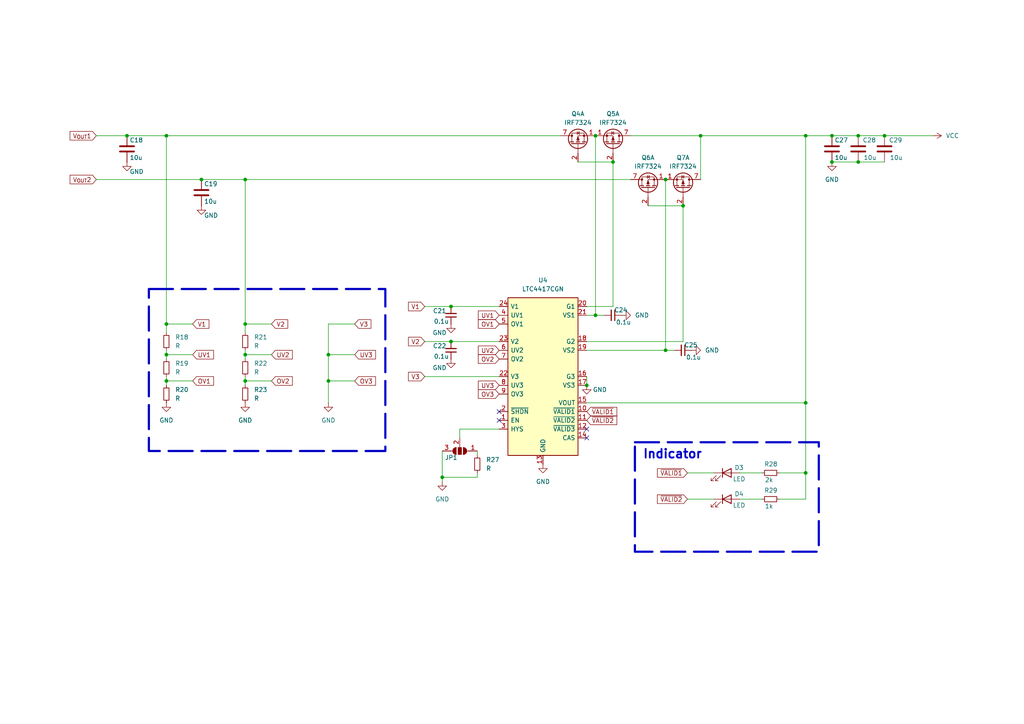
<source format=kicad_sch>
(kicad_sch (version 20231120) (generator "eeschema") (generator_version "8.0")
  (paper "A4")
  (lib_symbols
    (symbol "Device:C" (pin_numbers hide) (pin_names (offset 0.254))
      (property "Reference" "C" (at 0.635 2.54 0))
      (property "Value" "C" (at 0.635 -2.54 0))
      (symbol "C_0_1"
        (polyline (pts (xy -2.032 -0.762) (xy 2.032 -0.762)) (stroke (width 0.508)))
        (polyline (pts (xy -2.032 0.762) (xy 2.032 0.762)) (stroke (width 0.508)))
      )
      (symbol "C_1_1"
        (pin passive line (at 0 3.81 270) (length 2.794) (name "~") (number "1"))
        (pin passive line (at 0 -3.81 90) (length 2.794) (name "~") (number "2"))
      )
    )
    (symbol "Device:C_Small" (pin_numbers hide) (pin_names (offset 0.254) hide)
      (property "Reference" "C" (at 0.254 1.778 0))
      (property "Value" "C_Small" (at 0.254 -2.032 0))
      (symbol "C_Small_0_1"
        (polyline (pts (xy -1.524 -0.508) (xy 1.524 -0.508)) (stroke (width 0.3302)))
        (polyline (pts (xy -1.524 0.508) (xy 1.524 0.508)) (stroke (width 0.3048)))
      )
      (symbol "C_Small_1_1"
        (pin passive line (at 0 2.54 270) (length 2.032) (name "~") (number "1"))
        (pin passive line (at 0 -2.54 90) (length 2.032) (name "~") (number "2"))
      )
    )
    (symbol "Device:LED" (pin_numbers hide) (pin_names (offset 1.016) hide)
      (property "Reference" "D" (at 0 2.54 0))
      (property "Value" "LED" (at 0 -2.54 0))
      (symbol "LED_0_1"
        (polyline (pts (xy -1.27 -1.27) (xy -1.27 1.27)) (stroke (width 0.254)))
        (polyline (pts (xy -1.27 0) (xy 1.27 0)))
        (polyline (pts (xy 1.27 -1.27) (xy 1.27 1.27) (xy -1.27 0) (xy 1.27 -1.27)) (stroke (width 0.254)))
        (polyline (pts (xy -3.048 -0.762) (xy -4.572 -2.286) (xy -3.81 -2.286) (xy -4.572 -2.286) (xy -4.572 -1.524)))
        (polyline (pts (xy -1.778 -0.762) (xy -3.302 -2.286) (xy -2.54 -2.286) (xy -3.302 -2.286) (xy -3.302 -1.524)))
      )
      (symbol "LED_1_1"
        (pin passive line (at -3.81 0 0) (length 2.54) (name "K") (number "1"))
        (pin passive line (at 3.81 0 180) (length 2.54) (name "A") (number "2"))
      )
    )
    (symbol "Device:R_Small" (pin_numbers hide) (pin_names (offset 0.254) hide)
      (property "Reference" "R" (at 0.762 0.508 0))
      (property "Value" "R_Small" (at 0.762 -1.016 0))
      (symbol "R_Small_0_1"
        (rectangle (start -0.762 1.778) (end 0.762 -1.778) (stroke (width 0.2032)))
      )
      (symbol "R_Small_1_1"
        (pin passive line (at 0 2.54 270) (length 0.762) (name "~") (number "1"))
        (pin passive line (at 0 -2.54 90) (length 0.762) (name "~") (number "2"))
      )
    )
    (symbol "Jumper:SolderJumper_3_Open" (pin_names (offset 0) hide)
      (property "Reference" "JP" (at -2.54 -2.54 0))
      (property "Value" "SolderJumper_3_Open" (at 0 2.794 0))
      (symbol "SolderJumper_3_Open_0_1"
        (arc (start -1.016 1.016) (mid -2.0276 0) (end -1.016 -1.016))
        (arc (start -1.016 1.016) (mid -2.0276 0) (end -1.016 -1.016) (fill (type outline)))
        (rectangle (start -0.508 1.016) (end 0.508 -1.016) (fill (type outline)))
        (polyline (pts (xy -2.54 0) (xy -2.032 0)))
        (polyline (pts (xy -1.016 1.016) (xy -1.016 -1.016)))
        (polyline (pts (xy 0 -1.27) (xy 0 -1.016)))
        (polyline (pts (xy 1.016 1.016) (xy 1.016 -1.016)))
        (polyline (pts (xy 2.54 0) (xy 2.032 0)))
        (arc (start 1.016 -1.016) (mid 2.0276 0) (end 1.016 1.016))
        (arc (start 1.016 -1.016) (mid 2.0276 0) (end 1.016 1.016) (fill (type outline)))
      )
      (symbol "SolderJumper_3_Open_1_1"
        (pin passive line (at -5.08 0 0) (length 2.54) (name "A") (number "1"))
        (pin passive line (at 0 -3.81 90) (length 2.54) (name "C") (number "2"))
        (pin passive line (at 5.08 0 180) (length 2.54) (name "B") (number "3"))
      )
    )
    (symbol "Power_Management:LTC4417CGN" (pin_names (offset 0.762))
      (property "Reference" "U" (at 0 26.035 0))
      (property "Value" "LTC4417CGN" (at 0 24.13 0))
      (symbol "LTC4417CGN_0_1"
        (rectangle (start -10.16 22.86) (end 10.16 -22.86) (stroke (width 0.254)) (fill (type background)))
      )
      (symbol "LTC4417CGN_1_1"
        (pin input line (at -12.7 -12.7 0) (length 2.54) (name "EN") (number "1"))
        (pin open_collector line (at 12.7 -10.16 180) (length 2.54) (name "~{VALID1}") (number "10"))
        (pin open_collector line (at 12.7 -12.7 180) (length 2.54) (name "~{VALID2}") (number "11"))
        (pin open_collector line (at 12.7 -15.24 180) (length 2.54) (name "~{VALID3}") (number "12"))
        (pin power_in line (at 0 -25.4 90) (length 2.54) (name "GND") (number "13"))
        (pin output line (at 12.7 -17.78 180) (length 2.54) (name "CAS") (number "14"))
        (pin output line (at 12.7 -7.62 180) (length 2.54) (name "VOUT") (number "15"))
        (pin output line (at 12.7 0 180) (length 2.54) (name "G3") (number "16"))
        (pin output line (at 12.7 -2.54 180) (length 2.54) (name "VS3") (number "17"))
        (pin output line (at 12.7 10.16 180) (length 2.54) (name "G2") (number "18"))
        (pin output line (at 12.7 7.62 180) (length 2.54) (name "VS2") (number "19"))
        (pin input line (at -12.7 -10.16 0) (length 2.54) (name "~{SHDN}") (number "2"))
        (pin output line (at 12.7 20.32 180) (length 2.54) (name "G1") (number "20"))
        (pin output line (at 12.7 17.78 180) (length 2.54) (name "VS1") (number "21"))
        (pin input line (at -12.7 0 0) (length 2.54) (name "V3") (number "22"))
        (pin input line (at -12.7 10.16 0) (length 2.54) (name "V2") (number "23"))
        (pin input line (at -12.7 20.32 0) (length 2.54) (name "V1") (number "24"))
        (pin input line (at -12.7 -15.24 0) (length 2.54) (name "HYS") (number "3"))
        (pin input line (at -12.7 17.78 0) (length 2.54) (name "UV1") (number "4"))
        (pin input line (at -12.7 15.24 0) (length 2.54) (name "OV1") (number "5"))
        (pin input line (at -12.7 7.62 0) (length 2.54) (name "UV2") (number "6"))
        (pin input line (at -12.7 5.08 0) (length 2.54) (name "OV2") (number "7"))
        (pin input line (at -12.7 -2.54 0) (length 2.54) (name "UV3") (number "8"))
        (pin input line (at -12.7 -5.08 0) (length 2.54) (name "OV3") (number "9"))
      )
    )
    (symbol "Transistor_FET:IRF7324" (pin_names hide)
      (property "Reference" "Q" (at 5.08 1.905 0))
      (property "Value" "IRF7324" (at 5.08 0 0))
      (symbol "IRF7324_0_1"
        (polyline (pts (xy 0.254 0) (xy -2.54 0)))
        (polyline (pts (xy 0.254 1.905) (xy 0.254 -1.905)) (stroke (width 0.254)))
        (polyline (pts (xy 0.762 -1.27) (xy 0.762 -2.286)) (stroke (width 0.254)))
        (polyline (pts (xy 0.762 0.508) (xy 0.762 -0.508)) (stroke (width 0.254)))
        (polyline (pts (xy 0.762 2.286) (xy 0.762 1.27)) (stroke (width 0.254)))
        (polyline (pts (xy 2.54 2.54) (xy 2.54 1.778)))
        (polyline (pts (xy 2.54 -2.54) (xy 2.54 0) (xy 0.762 0)))
        (polyline (pts (xy 0.762 1.778) (xy 3.302 1.778) (xy 3.302 -1.778) (xy 0.762 -1.778)))
        (polyline (pts (xy 2.286 0) (xy 1.27 0.381) (xy 1.27 -0.381) (xy 2.286 0)) (fill (type outline)))
        (polyline (pts (xy 2.794 -0.508) (xy 2.921 -0.381) (xy 3.683 -0.381) (xy 3.81 -0.254)))
        (polyline (pts (xy 3.302 -0.381) (xy 2.921 0.254) (xy 3.683 0.254) (xy 3.302 -0.381)))
        (circle (center 1.651 0) (radius 2.794) (stroke (width 0.254)))
        (circle (center 2.54 -1.778) (radius 0.254) (fill (type outline)))
        (circle (center 2.54 1.778) (radius 0.254) (fill (type outline)))
      )
      (symbol "IRF7324_1_1"
        (pin passive line (at 2.54 -5.08 90) (length 2.54) (name "S1") (number "1"))
        (pin input line (at -5.08 0 0) (length 2.54) (name "G1") (number "2"))
        (pin passive line (at 2.54 5.08 270) (length 2.54) (name "D1") (number "7"))
        (pin passive line (at 2.54 5.08 270) (length 2.54) hide (name "D1") (number "8"))
      )
      (symbol "IRF7324_2_1"
        (pin passive line (at 2.54 -5.08 90) (length 2.54) (name "S2") (number "3"))
        (pin input line (at -5.08 0 0) (length 2.54) (name "G2") (number "4"))
        (pin passive line (at 2.54 5.08 270) (length 2.54) (name "D2") (number "5"))
        (pin passive line (at 2.54 5.08 270) (length 2.54) hide (name "D2") (number "6"))
      )
    )
    (symbol "power:GND" (power) (pin_numbers hide) (pin_names (offset 0) hide)
      (property "Value" "GND" (at 0 -3.81 0))
      (symbol "GND_0_1"
        (polyline (pts (xy 0 0) (xy 0 -1.27) (xy 1.27 -1.27) (xy 0 -2.54) (xy -1.27 -1.27) (xy 0 -1.27)))
      )
      (symbol "GND_1_1"
        (pin power_in line (at 0 0 270) (length 0) (name "~") (number "1"))
      )
    )
    (symbol "power:VDD" (power) (pin_numbers hide) (pin_names (offset 0) hide)
      (property "Value" "VDD" (at 0 3.556 0))
      (symbol "VDD_0_1"
        (polyline (pts (xy -0.762 1.27) (xy 0 2.54)))
        (polyline (pts (xy 0 0) (xy 0 2.54)))
        (polyline (pts (xy 0 2.54) (xy 0.762 1.27)))
      )
      (symbol "VDD_1_1"
        (pin power_in line (at 0 0 90) (length 0) (name "~") (number "1"))
      )
    )
  )
  (junction (at 248.92 46.99))
  (junction (at 48.26 102.87))
  (junction (at 172.72 91.44))
  (junction (at 130.81 88.9))
  (junction (at 130.81 99.06))
  (junction (at 71.12 110.49))
  (junction (at 71.12 52.07))
  (junction (at 48.26 110.49))
  (junction (at 193.04 52.07))
  (junction (at 48.26 93.98))
  (junction (at 256.54 39.37))
  (junction (at 233.68 116.84))
  (junction (at 193.04 101.6))
  (junction (at 71.12 102.87))
  (junction (at 241.3 46.99))
  (junction (at 36.83 39.37))
  (junction (at 248.92 39.37))
  (junction (at 233.68 137.16))
  (junction (at 71.12 93.98))
  (junction (at 58.42 52.07))
  (junction (at 95.25 110.49))
  (junction (at 170.18 111.76))
  (junction (at 128.27 138.43))
  (junction (at 95.25 102.87))
  (junction (at 48.26 39.37))
  (junction (at 198.12 59.69))
  (junction (at 177.8 46.99))
  (junction (at 233.68 39.37))
  (junction (at 241.3 39.37))
  (junction (at 203.2 39.37))
  (junction (at 172.72 39.37))
  (no_connect (at 144.78 121.92))
  (no_connect (at 170.18 127))
  (no_connect (at 170.18 124.46))
  (no_connect (at 144.78 119.38))
  (wire (pts (xy 78.74 110.49) (xy 71.12 110.49)))
  (wire (pts (xy 123.19 99.06) (xy 130.81 99.06)))
  (wire (pts (xy 203.2 52.07) (xy 203.2 39.37)))
  (wire (pts (xy 95.25 102.87) (xy 95.25 110.49)))
  (wire (pts (xy 36.83 39.37) (xy 48.26 39.37)))
  (wire (pts (xy 214.63 137.16) (xy 220.98 137.16)))
  (wire (pts (xy 172.72 39.37) (xy 172.72 91.44)))
  (wire (pts (xy 214.63 144.78) (xy 220.98 144.78)))
  (wire (pts (xy 199.39 137.16) (xy 207.01 137.16)))
  (wire (pts (xy 133.35 124.46) (xy 144.78 124.46)))
  (wire (pts (xy 27.94 52.07) (xy 58.42 52.07)))
  (wire (pts (xy 71.12 102.87) (xy 71.12 104.14)))
  (wire (pts (xy 193.04 52.07) (xy 193.04 101.6)))
  (wire (pts (xy 226.06 144.78) (xy 233.68 144.78)))
  (wire (pts (xy 172.72 91.44) (xy 170.18 91.44)))
  (wire (pts (xy 78.74 93.98) (xy 71.12 93.98)))
  (wire (pts (xy 102.87 102.87) (xy 95.25 102.87)))
  (wire (pts (xy 128.27 130.81) (xy 128.27 138.43)))
  (wire (pts (xy 78.74 102.87) (xy 71.12 102.87)))
  (wire (pts (xy 170.18 109.22) (xy 170.18 111.76)))
  (wire (pts (xy 241.3 46.99) (xy 248.92 46.99)))
  (wire (pts (xy 233.68 137.16) (xy 233.68 144.78)))
  (wire (pts (xy 58.42 52.07) (xy 71.12 52.07)))
  (wire (pts (xy 233.68 39.37) (xy 241.3 39.37)))
  (wire (pts (xy 102.87 110.49) (xy 95.25 110.49)))
  (wire (pts (xy 95.25 110.49) (xy 95.25 116.84)))
  (wire (pts (xy 95.25 93.98) (xy 95.25 102.87)))
  (wire (pts (xy 71.12 109.22) (xy 71.12 110.49)))
  (wire (pts (xy 71.12 93.98) (xy 71.12 96.52)))
  (wire (pts (xy 48.26 109.22) (xy 48.26 110.49)))
  (wire (pts (xy 55.88 110.49) (xy 48.26 110.49)))
  (wire (pts (xy 71.12 110.49) (xy 71.12 111.76)))
  (wire (pts (xy 123.19 109.22) (xy 144.78 109.22)))
  (wire (pts (xy 128.27 138.43) (xy 138.43 138.43)))
  (wire (pts (xy 199.39 144.78) (xy 207.01 144.78)))
  (wire (pts (xy 167.64 46.99) (xy 177.8 46.99)))
  (wire (pts (xy 170.18 88.9) (xy 177.8 88.9)))
  (wire (pts (xy 48.26 102.87) (xy 48.26 104.14)))
  (wire (pts (xy 130.81 88.9) (xy 144.78 88.9)))
  (wire (pts (xy 256.54 39.37) (xy 270.51 39.37)))
  (wire (pts (xy 48.26 39.37) (xy 48.26 93.98)))
  (wire (pts (xy 177.8 46.99) (xy 177.8 88.9)))
  (wire (pts (xy 195.58 101.6) (xy 193.04 101.6)))
  (wire (pts (xy 48.26 39.37) (xy 162.56 39.37)))
  (wire (pts (xy 71.12 52.07) (xy 182.88 52.07)))
  (wire (pts (xy 203.2 39.37) (xy 233.68 39.37)))
  (wire (pts (xy 241.3 39.37) (xy 248.92 39.37)))
  (wire (pts (xy 71.12 101.6) (xy 71.12 102.87)))
  (wire (pts (xy 138.43 132.08) (xy 138.43 130.81)))
  (wire (pts (xy 130.81 99.06) (xy 144.78 99.06)))
  (wire (pts (xy 233.68 116.84) (xy 233.68 39.37)))
  (wire (pts (xy 233.68 137.16) (xy 233.68 116.84)))
  (wire (pts (xy 248.92 39.37) (xy 256.54 39.37)))
  (wire (pts (xy 170.18 99.06) (xy 198.12 99.06)))
  (wire (pts (xy 170.18 101.6) (xy 193.04 101.6)))
  (wire (pts (xy 138.43 138.43) (xy 138.43 137.16)))
  (wire (pts (xy 170.18 116.84) (xy 233.68 116.84)))
  (wire (pts (xy 175.26 91.44) (xy 172.72 91.44)))
  (wire (pts (xy 48.26 101.6) (xy 48.26 102.87)))
  (wire (pts (xy 71.12 52.07) (xy 71.12 93.98)))
  (wire (pts (xy 226.06 137.16) (xy 233.68 137.16)))
  (wire (pts (xy 102.87 93.98) (xy 95.25 93.98)))
  (wire (pts (xy 55.88 93.98) (xy 48.26 93.98)))
  (wire (pts (xy 182.88 39.37) (xy 203.2 39.37)))
  (wire (pts (xy 128.27 138.43) (xy 128.27 139.7)))
  (wire (pts (xy 187.96 59.69) (xy 198.12 59.69)))
  (wire (pts (xy 48.26 110.49) (xy 48.26 111.76)))
  (wire (pts (xy 123.19 88.9) (xy 130.81 88.9)))
  (wire (pts (xy 55.88 102.87) (xy 48.26 102.87)))
  (wire (pts (xy 27.94 39.37) (xy 36.83 39.37)))
  (wire (pts (xy 248.92 46.99) (xy 256.54 46.99)))
  (wire (pts (xy 133.35 124.46) (xy 133.35 127)))
  (wire (pts (xy 198.12 59.69) (xy 198.12 99.06)))
  (wire (pts (xy 48.26 93.98) (xy 48.26 96.52)))
  (rectangle (start 43.18 83.82) (end 111.76 130.81) (stroke (width 0.635) (type dash)))
  (rectangle (start 184.15 128.27) (end 237.49 160.02) (stroke (width 0.635) (type dash)))
  (text "Indicator" (at 195.072 131.826 0) (effects (font (size 2.54 2.54) (thickness 0.508) (bold yes))))
  (global_label "~{VALID2}" (shape input) (at 199.39 144.78 180) (property "Intersheetrefs" "${INTERSHEET_REFS}" (effects (hide yes))))
  (global_label "V_{OUT}1" (shape input) (at 27.94 39.37 180) (property "Intersheetrefs" "${INTERSHEET_REFS}" (effects (hide yes))))
  (global_label "V1" (shape input) (at 123.19 88.9 180) (property "Intersheetrefs" "${INTERSHEET_REFS}" (effects (hide yes))))
  (global_label "OV3" (shape input) (at 102.87 110.49 0) (property "Intersheetrefs" "${INTERSHEET_REFS}" (effects (hide yes))))
  (global_label "UV3" (shape input) (at 144.78 111.76 180) (property "Intersheetrefs" "${INTERSHEET_REFS}" (effects (hide yes))))
  (global_label "OV1" (shape input) (at 55.88 110.49 0) (property "Intersheetrefs" "${INTERSHEET_REFS}" (effects (hide yes))))
  (global_label "OV1" (shape input) (at 144.78 93.98 180) (property "Intersheetrefs" "${INTERSHEET_REFS}" (effects (hide yes))))
  (global_label "V_{OUT}2" (shape input) (at 27.94 52.07 180) (property "Intersheetrefs" "${INTERSHEET_REFS}" (effects (hide yes))))
  (global_label "UV1" (shape input) (at 55.88 102.87 0) (property "Intersheetrefs" "${INTERSHEET_REFS}" (effects (hide yes))))
  (global_label "V2" (shape input) (at 78.74 93.98 0) (property "Intersheetrefs" "${INTERSHEET_REFS}" (effects (hide yes))))
  (global_label "~{VALID1}" (shape input) (at 170.18 119.38 0) (property "Intersheetrefs" "${INTERSHEET_REFS}" (effects (hide yes))))
  (global_label "OV2" (shape input) (at 144.78 104.14 180) (property "Intersheetrefs" "${INTERSHEET_REFS}" (effects (hide yes))))
  (global_label "UV3" (shape input) (at 102.87 102.87 0) (property "Intersheetrefs" "${INTERSHEET_REFS}" (effects (hide yes))))
  (global_label "OV3" (shape input) (at 144.78 114.3 180) (property "Intersheetrefs" "${INTERSHEET_REFS}" (effects (hide yes))))
  (global_label "V1" (shape input) (at 55.88 93.98 0) (property "Intersheetrefs" "${INTERSHEET_REFS}" (effects (hide yes))))
  (global_label "~{VALID2}" (shape input) (at 170.18 121.92 0) (property "Intersheetrefs" "${INTERSHEET_REFS}" (effects (hide yes))))
  (global_label "V3" (shape input) (at 102.87 93.98 0) (property "Intersheetrefs" "${INTERSHEET_REFS}" (effects (hide yes))))
  (global_label "UV1" (shape input) (at 144.78 91.44 180) (property "Intersheetrefs" "${INTERSHEET_REFS}" (effects (hide yes))))
  (global_label "V2" (shape input) (at 123.19 99.06 180) (property "Intersheetrefs" "${INTERSHEET_REFS}" (effects (hide yes))))
  (global_label "UV2" (shape input) (at 78.74 102.87 0) (property "Intersheetrefs" "${INTERSHEET_REFS}" (effects (hide yes))))
  (global_label "OV2" (shape input) (at 78.74 110.49 0) (property "Intersheetrefs" "${INTERSHEET_REFS}" (effects (hide yes))))
  (global_label "UV2" (shape input) (at 144.78 101.6 180) (property "Intersheetrefs" "${INTERSHEET_REFS}" (effects (hide yes))))
  (global_label "~{VALID1}" (shape input) (at 199.39 137.16 180) (property "Intersheetrefs" "${INTERSHEET_REFS}" (effects (hide yes))))
  (global_label "V3" (shape input) (at 123.19 109.22 180) (property "Intersheetrefs" "${INTERSHEET_REFS}" (effects (hide yes))))
  (symbol (lib_id "Device:R_Small") (at 138.43 134.62 0) (unit 1)
    (property "Reference" "R27" (at 140.97 133.3499 0) (effects (justify left)))
    (property "Value" "R" (at 140.97 135.8899 0) (effects (justify left)))
    (property "Footprint" "Resistor_SMD:R_0603_1608Metric_Pad0.98x0.95mm_HandSolder" (effects (hide yes)))
    (property "Description" "Resistor, small symbol" (effects (hide yes)))
  )
  (symbol (lib_id "power:GND") (at 180.34 91.44 90) (unit 1)
    (property "Reference" "#PWR048" (effects (hide yes)))
    (property "Value" "GND" (at 184.15 91.4399 90) (effects (justify right)))
    (property "Description" "Power symbol creates a global label with name \"GND\" , ground" (effects (hide yes)))
  )
  (symbol (lib_id "Device:C_Small") (at 130.81 91.44 180) (unit 1)
    (property "Reference" "C21" (at 127.508 90.17 0))
    (property "Value" "0.1u" (at 128.016 93.218 0))
    (property "Footprint" "Capacitor_SMD:C_0603_1608Metric_Pad1.08x0.95mm_HandSolder" (effects (hide yes)))
    (property "Description" "Unpolarized capacitor, small symbol" (effects (hide yes)))
  )
  (symbol (lib_id "Transistor_FET:IRF7324") (at 198.12 54.61 270) (mirror x) (unit 1)
    (property "Reference" "Q7" (at 198.12 45.72 90))
    (property "Value" "IRF7324" (at 198.12 48.26 90))
    (property "Footprint" "Package_SO:SOIC-8_3.9x4.9mm_P1.27mm" (effects (hide yes)))
    (property "Datasheet" "http://www.infineon.com/dgdl/irf7324pbf.pdf?fileId=5546d462533600a4015355f5f0861b4b" (effects (hide yes)))
    (property "Description" "-9A Id, -20V Vds, Dual HEXFET P-Channel MOSFET, SO-8" (effects (hide yes)))
  )
  (symbol (lib_id "Device:C") (at 36.83 43.18 0) (unit 1)
    (property "Reference" "C18" (at 37.592 40.64 0) (effects (justify left)))
    (property "Value" "10u" (at 37.592 45.72 0) (effects (justify left)))
    (property "Footprint" "Capacitor_SMD:C_0805_2012Metric_Pad1.18x1.45mm_HandSolder" (effects (hide yes)))
    (property "Description" "Unpolarized capacitor" (effects (hide yes)))
  )
  (symbol (lib_id "power:GND") (at 36.83 46.99 0) (unit 1)
    (property "Reference" "#PWR037" (effects (hide yes)))
    (property "Value" "GND" (at 39.624 49.784 0))
    (property "Description" "Power symbol creates a global label with name \"GND\" , ground" (effects (hide yes)))
  )
  (symbol (lib_id "Device:LED") (at 210.82 137.16 0) (unit 1)
    (property "Reference" "D3" (at 214.376 135.636 0))
    (property "Value" "LED" (at 214.376 138.938 0))
    (property "Footprint" "LED_SMD:LED_0603_1608Metric_Pad1.05x0.95mm_HandSolder" (effects (hide yes)))
    (property "Description" "Light emitting diode" (effects (hide yes)))
  )
  (symbol (lib_id "Device:R_Small") (at 48.26 106.68 0) (unit 1)
    (property "Reference" "R19" (at 50.8 105.4099 0) (effects (justify left)))
    (property "Value" "R" (at 50.8 107.9499 0) (effects (justify left)))
    (property "Footprint" "Resistor_SMD:R_0603_1608Metric_Pad0.98x0.95mm_HandSolder" (effects (hide yes)))
    (property "Description" "Resistor, small symbol" (effects (hide yes)))
  )
  (symbol (lib_id "power:GND") (at 170.18 111.76 0) (unit 1)
    (property "Reference" "#PWR041" (effects (hide yes)))
    (property "Value" "GND" (at 173.99 113.03 0))
    (property "Description" "Power symbol creates a global label with name \"GND\" , ground" (effects (hide yes)))
  )
  (symbol (lib_id "power:GND") (at 71.12 116.84 0) (unit 1)
    (property "Reference" "#PWR040" (effects (hide yes)))
    (property "Value" "GND" (at 71.12 121.92 0))
    (property "Description" "Power symbol creates a global label with name \"GND\" , ground" (effects (hide yes)))
  )
  (symbol (lib_id "Device:R_Small") (at 71.12 114.3 0) (unit 1)
    (property "Reference" "R23" (at 73.66 113.0299 0) (effects (justify left)))
    (property "Value" "R" (at 73.66 115.5699 0) (effects (justify left)))
    (property "Footprint" "Resistor_SMD:R_0603_1608Metric_Pad0.98x0.95mm_HandSolder" (effects (hide yes)))
    (property "Description" "Resistor, small symbol" (effects (hide yes)))
  )
  (symbol (lib_id "power:GND") (at 48.26 116.84 0) (unit 1)
    (property "Reference" "#PWR038" (effects (hide yes)))
    (property "Value" "GND" (at 48.26 121.92 0))
    (property "Description" "Power symbol creates a global label with name \"GND\" , ground" (effects (hide yes)))
  )
  (symbol (lib_id "Power_Management:LTC4417CGN") (at 157.48 109.22 0) (unit 1)
    (property "Reference" "U4" (at 157.48 81.28 0))
    (property "Value" "LTC4417CGN" (at 157.48 83.82 0))
    (property "Footprint" "Package_SO:SSOP-24_3.9x8.7mm_P0.635mm" (effects (hide yes)))
    (property "Datasheet" "https://www.analog.com/media/en/technical-documentation/data-sheets/4417f.pdf" (effects (hide yes)))
    (property "Description" "Prioritized PowerPath Controller, Selects Highest Priority Supply from Three Inputs, SSOP" (effects (hide yes)))
  )
  (symbol (lib_id "Device:C_Small") (at 177.8 91.44 270) (unit 1)
    (property "Reference" "C24" (at 180.086 89.916 90))
    (property "Value" "0.1u" (at 180.848 93.472 90))
    (property "Footprint" "Capacitor_SMD:C_0603_1608Metric_Pad1.08x0.95mm_HandSolder" (effects (hide yes)))
    (property "Description" "Unpolarized capacitor, small symbol" (effects (hide yes)))
  )
  (symbol (lib_id "Transistor_FET:IRF7324") (at 177.8 41.91 270) (mirror x) (unit 1)
    (property "Reference" "Q5" (at 177.8 33.02 90))
    (property "Value" "IRF7324" (at 177.8 35.56 90))
    (property "Footprint" "Package_SO:SOIC-8_3.9x4.9mm_P1.27mm" (effects (hide yes)))
    (property "Datasheet" "http://www.infineon.com/dgdl/irf7324pbf.pdf?fileId=5546d462533600a4015355f5f0861b4b" (effects (hide yes)))
    (property "Description" "-9A Id, -20V Vds, Dual HEXFET P-Channel MOSFET, SO-8" (effects (hide yes)))
  )
  (symbol (lib_id "power:GND") (at 130.81 93.98 0) (unit 1)
    (property "Reference" "#PWR044" (effects (hide yes)))
    (property "Value" "GND" (at 129.54 96.52 0) (effects (justify right)))
    (property "Description" "Power symbol creates a global label with name \"GND\" , ground" (effects (hide yes)))
  )
  (symbol (lib_id "power:GND") (at 241.3 46.99 0) (unit 1)
    (property "Reference" "#PWR051" (effects (hide yes)))
    (property "Value" "GND" (at 241.3 52.07 0))
    (property "Description" "Power symbol creates a global label with name \"GND\" , ground" (effects (hide yes)))
  )
  (symbol (lib_id "Device:C") (at 256.54 43.18 0) (unit 1)
    (property "Reference" "C29" (at 257.81 40.64 0) (effects (justify left)))
    (property "Value" "10u" (at 258.064 45.72 0) (effects (justify left)))
    (property "Footprint" "Capacitor_SMD:C_0805_2012Metric_Pad1.18x1.45mm_HandSolder" (effects (hide yes)))
    (property "Description" "Unpolarized capacitor" (effects (hide yes)))
  )
  (symbol (lib_id "power:GND") (at 95.25 116.84 0) (unit 1)
    (property "Reference" "#PWR042" (effects (hide yes)))
    (property "Value" "GND" (at 95.25 121.92 0))
    (property "Description" "Power symbol creates a global label with name \"GND\" , ground" (effects (hide yes)))
  )
  (symbol (lib_id "power:GND") (at 200.66 101.6 90) (unit 1)
    (property "Reference" "#PWR049" (effects (hide yes)))
    (property "Value" "GND" (at 204.47 101.5999 90) (effects (justify right)))
    (property "Description" "Power symbol creates a global label with name \"GND\" , ground" (effects (hide yes)))
  )
  (symbol (lib_id "power:GND") (at 58.42 59.69 0) (unit 1)
    (property "Reference" "#PWR039" (effects (hide yes)))
    (property "Value" "GND" (at 61.214 62.484 0))
    (property "Description" "Power symbol creates a global label with name \"GND\" , ground" (effects (hide yes)))
  )
  (symbol (lib_id "power:GND") (at 130.81 104.14 0) (unit 1)
    (property "Reference" "#PWR045" (effects (hide yes)))
    (property "Value" "GND" (at 129.54 106.68 0) (effects (justify right)))
    (property "Description" "Power symbol creates a global label with name \"GND\" , ground" (effects (hide yes)))
  )
  (symbol (lib_id "Device:C") (at 58.42 55.88 0) (unit 1)
    (property "Reference" "C19" (at 59.182 53.34 0) (effects (justify left)))
    (property "Value" "10u" (at 59.182 58.42 0) (effects (justify left)))
    (property "Footprint" "Capacitor_SMD:C_0805_2012Metric_Pad1.18x1.45mm_HandSolder" (effects (hide yes)))
    (property "Description" "Unpolarized capacitor" (effects (hide yes)))
  )
  (symbol (lib_id "power:VDD") (at 270.51 39.37 270) (unit 1)
    (property "Reference" "#PWR052" (effects (hide yes)))
    (property "Value" "VCC" (at 274.32 39.3699 90) (effects (justify left)))
    (property "Description" "Power symbol creates a global label with name \"VDD\"" (effects (hide yes)))
  )
  (symbol (lib_id "Device:LED") (at 210.82 144.78 0) (unit 1)
    (property "Reference" "D4" (at 214.376 143.256 0))
    (property "Value" "LED" (at 214.376 146.558 0))
    (property "Footprint" "LED_SMD:LED_0603_1608Metric_Pad1.05x0.95mm_HandSolder" (effects (hide yes)))
    (property "Description" "Light emitting diode" (effects (hide yes)))
  )
  (symbol (lib_id "Device:C") (at 248.92 43.18 0) (unit 1)
    (property "Reference" "C28" (at 250.19 40.64 0) (effects (justify left)))
    (property "Value" "10u" (at 250.444 45.72 0) (effects (justify left)))
    (property "Footprint" "Capacitor_SMD:C_0805_2012Metric_Pad1.18x1.45mm_HandSolder" (effects (hide yes)))
    (property "Description" "Unpolarized capacitor" (effects (hide yes)))
  )
  (symbol (lib_id "Device:R_Small") (at 48.26 114.3 0) (unit 1)
    (property "Reference" "R20" (at 50.8 113.0299 0) (effects (justify left)))
    (property "Value" "R" (at 50.8 115.5699 0) (effects (justify left)))
    (property "Footprint" "Resistor_SMD:R_0603_1608Metric_Pad0.98x0.95mm_HandSolder" (effects (hide yes)))
    (property "Description" "Resistor, small symbol" (effects (hide yes)))
  )
  (symbol (lib_id "power:GND") (at 157.48 134.62 0) (unit 1)
    (property "Reference" "#PWR047" (effects (hide yes)))
    (property "Value" "GND" (at 157.48 139.7 0))
    (property "Description" "Power symbol creates a global label with name \"GND\" , ground" (effects (hide yes)))
  )
  (symbol (lib_id "Device:C_Small") (at 198.12 101.6 270) (unit 1)
    (property "Reference" "C25" (at 200.406 100.076 90))
    (property "Value" "0.1u" (at 201.168 103.632 90))
    (property "Footprint" "Capacitor_SMD:C_0603_1608Metric_Pad1.08x0.95mm_HandSolder" (effects (hide yes)))
    (property "Description" "Unpolarized capacitor, small symbol" (effects (hide yes)))
  )
  (symbol (lib_id "Device:C") (at 241.3 43.18 0) (unit 1)
    (property "Reference" "C27" (at 242.062 40.64 0) (effects (justify left)))
    (property "Value" "10u" (at 242.062 45.72 0) (effects (justify left)))
    (property "Footprint" "Capacitor_SMD:C_0805_2012Metric_Pad1.18x1.45mm_HandSolder" (effects (hide yes)))
    (property "Description" "Unpolarized capacitor" (effects (hide yes)))
  )
  (symbol (lib_id "Device:R_Small") (at 71.12 99.06 0) (unit 1)
    (property "Reference" "R21" (at 73.66 97.7899 0) (effects (justify left)))
    (property "Value" "R" (at 73.66 100.3299 0) (effects (justify left)))
    (property "Footprint" "Resistor_SMD:R_0603_1608Metric_Pad0.98x0.95mm_HandSolder" (effects (hide yes)))
    (property "Description" "Resistor, small symbol" (effects (hide yes)))
  )
  (symbol (lib_id "Device:C_Small") (at 130.81 101.6 180) (unit 1)
    (property "Reference" "C22" (at 127.508 100.33 0))
    (property "Value" "0.1u" (at 128.016 103.378 0))
    (property "Footprint" "Capacitor_SMD:C_0603_1608Metric_Pad1.08x0.95mm_HandSolder" (effects (hide yes)))
    (property "Description" "Unpolarized capacitor, small symbol" (effects (hide yes)))
  )
  (symbol (lib_id "Transistor_FET:IRF7324") (at 187.96 54.61 90) (unit 1)
    (property "Reference" "Q6" (at 187.96 45.72 90))
    (property "Value" "IRF7324" (at 187.96 48.26 90))
    (property "Footprint" "Package_SO:SOIC-8_3.9x4.9mm_P1.27mm" (effects (hide yes)))
    (property "Datasheet" "http://www.infineon.com/dgdl/irf7324pbf.pdf?fileId=5546d462533600a4015355f5f0861b4b" (effects (hide yes)))
    (property "Description" "-9A Id, -20V Vds, Dual HEXFET P-Channel MOSFET, SO-8" (effects (hide yes)))
  )
  (symbol (lib_id "Device:R_Small") (at 71.12 106.68 0) (unit 1)
    (property "Reference" "R22" (at 73.66 105.4099 0) (effects (justify left)))
    (property "Value" "R" (at 73.66 107.9499 0) (effects (justify left)))
    (property "Footprint" "Resistor_SMD:R_0603_1608Metric_Pad0.98x0.95mm_HandSolder" (effects (hide yes)))
    (property "Description" "Resistor, small symbol" (effects (hide yes)))
  )
  (symbol (lib_id "Device:R_Small") (at 223.52 137.16 90) (unit 1)
    (property "Reference" "R28" (at 225.552 134.62 90) (effects (justify left)))
    (property "Value" "2k" (at 224.282 139.192 90) (effects (justify left)))
    (property "Footprint" "Resistor_SMD:R_0603_1608Metric_Pad0.98x0.95mm_HandSolder" (effects (hide yes)))
    (property "Description" "Resistor, small symbol" (effects (hide yes)))
  )
  (symbol (lib_id "Device:R_Small") (at 48.26 99.06 0) (unit 1)
    (property "Reference" "R18" (at 50.8 97.7899 0) (effects (justify left)))
    (property "Value" "R" (at 50.8 100.3299 0) (effects (justify left)))
    (property "Footprint" "Resistor_SMD:R_0603_1608Metric_Pad0.98x0.95mm_HandSolder" (effects (hide yes)))
    (property "Description" "Resistor, small symbol" (effects (hide yes)))
  )
  (symbol (lib_id "power:GND") (at 128.27 139.7 0) (unit 1)
    (property "Reference" "#PWR043" (effects (hide yes)))
    (property "Value" "GND" (at 128.27 144.78 0))
    (property "Description" "Power symbol creates a global label with name \"GND\" , ground" (effects (hide yes)))
  )
  (symbol (lib_id "Jumper:SolderJumper_3_Open") (at 133.35 130.81 180) (unit 1)
    (property "Reference" "JP1" (at 132.715 132.715 0) (effects (justify left)))
    (property "Value" "R_HYS" (effects (hide yes)))
    (property "Footprint" "Jumper:SolderJumper-3_P1.3mm_Open_RoundedPad1.0x1.5mm_NumberLabels" (effects (hide yes)))
  )
  (symbol (lib_id "Device:R_Small") (at 223.52 144.78 90) (unit 1)
    (property "Reference" "R29" (at 225.552 142.24 90) (effects (justify left)))
    (property "Value" "1k" (at 224.282 146.812 90) (effects (justify left)))
    (property "Footprint" "Resistor_SMD:R_0603_1608Metric_Pad0.98x0.95mm_HandSolder" (effects (hide yes)))
    (property "Description" "Resistor, small symbol" (effects (hide yes)))
  )
  (symbol (lib_id "Transistor_FET:IRF7324") (at 167.64 41.91 90) (unit 1)
    (property "Reference" "Q4" (at 167.64 33.02 90))
    (property "Value" "IRF7324" (at 167.64 35.56 90))
    (property "Footprint" "Package_SO:SOIC-8_3.9x4.9mm_P1.27mm" (effects (hide yes)))
    (property "Datasheet" "http://www.infineon.com/dgdl/irf7324pbf.pdf?fileId=5546d462533600a4015355f5f0861b4b" (effects (hide yes)))
    (property "Description" "-9A Id, -20V Vds, Dual HEXFET P-Channel MOSFET, SO-8" (effects (hide yes)))
  )
)
</source>
